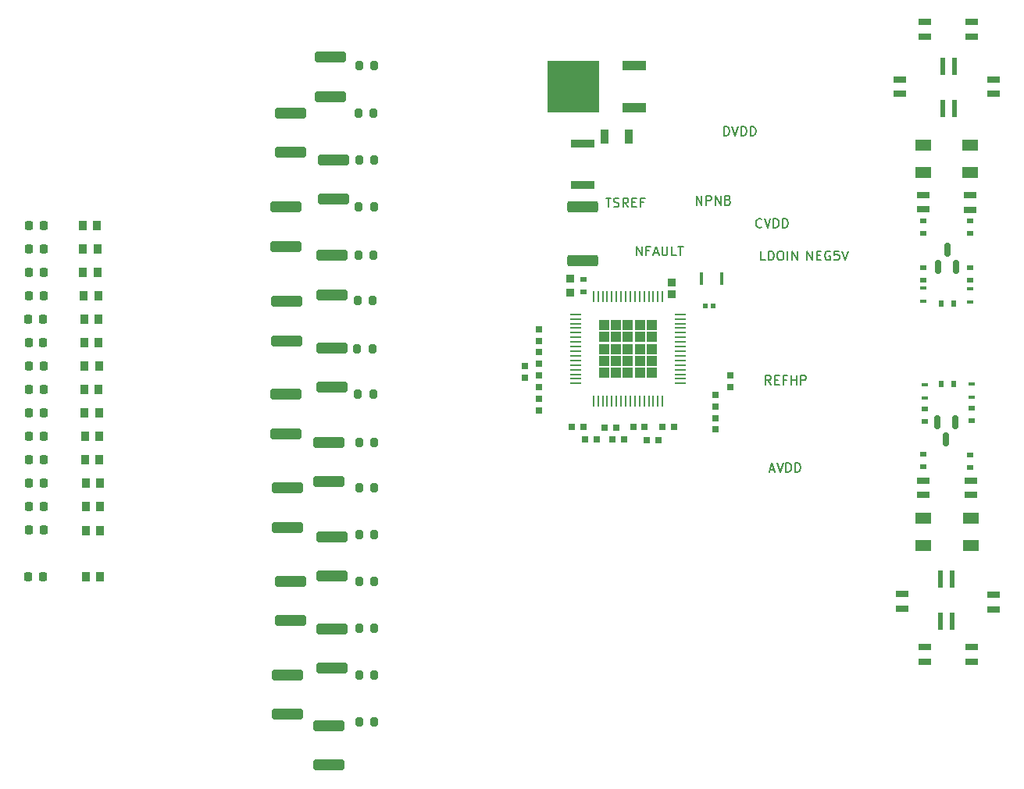
<source format=gbr>
%TF.GenerationSoftware,KiCad,Pcbnew,8.0.7*%
%TF.CreationDate,2025-02-10T22:10:37-06:00*%
%TF.ProjectId,Project63_BMS_DaughterBoard,50726f6a-6563-4743-9633-5f424d535f44,rev?*%
%TF.SameCoordinates,Original*%
%TF.FileFunction,Paste,Top*%
%TF.FilePolarity,Positive*%
%FSLAX46Y46*%
G04 Gerber Fmt 4.6, Leading zero omitted, Abs format (unit mm)*
G04 Created by KiCad (PCBNEW 8.0.7) date 2025-02-10 22:10:37*
%MOMM*%
%LPD*%
G01*
G04 APERTURE LIST*
G04 Aperture macros list*
%AMRoundRect*
0 Rectangle with rounded corners*
0 $1 Rounding radius*
0 $2 $3 $4 $5 $6 $7 $8 $9 X,Y pos of 4 corners*
0 Add a 4 corners polygon primitive as box body*
4,1,4,$2,$3,$4,$5,$6,$7,$8,$9,$2,$3,0*
0 Add four circle primitives for the rounded corners*
1,1,$1+$1,$2,$3*
1,1,$1+$1,$4,$5*
1,1,$1+$1,$6,$7*
1,1,$1+$1,$8,$9*
0 Add four rect primitives between the rounded corners*
20,1,$1+$1,$2,$3,$4,$5,0*
20,1,$1+$1,$4,$5,$6,$7,0*
20,1,$1+$1,$6,$7,$8,$9,0*
20,1,$1+$1,$8,$9,$2,$3,0*%
G04 Aperture macros list end*
%ADD10C,0.150000*%
%ADD11C,0.000000*%
%ADD12RoundRect,0.250000X-1.425000X0.362500X-1.425000X-0.362500X1.425000X-0.362500X1.425000X0.362500X0*%
%ADD13RoundRect,0.200000X-0.200000X-0.275000X0.200000X-0.275000X0.200000X0.275000X-0.200000X0.275000X0*%
%ADD14RoundRect,0.200000X0.200000X0.275000X-0.200000X0.275000X-0.200000X-0.275000X0.200000X-0.275000X0*%
%ADD15RoundRect,0.218750X-0.218750X-0.256250X0.218750X-0.256250X0.218750X0.256250X-0.218750X0.256250X0*%
%ADD16R,1.346200X0.787400*%
%ADD17R,1.143000X0.228600*%
%ADD18R,0.228600X1.143000*%
%ADD19R,0.552399X0.749198*%
%ADD20RoundRect,0.250000X-1.450000X0.312500X-1.450000X-0.312500X1.450000X-0.312500X1.450000X0.312500X0*%
%ADD21R,0.749198X0.552399*%
%ADD22R,0.600000X1.850000*%
%ADD23R,0.762000X0.558800*%
%ADD24R,0.920000X0.990000*%
%ADD25R,0.762000X0.660400*%
%ADD26R,0.749200X0.452400*%
%ADD27R,0.660400X0.762000*%
%ADD28R,2.600000X1.060000*%
%ADD29R,5.700000X5.632000*%
%ADD30R,0.930000X0.890000*%
%ADD31R,0.508000X0.508000*%
%ADD32R,1.820000X1.240000*%
%ADD33R,0.899198X0.852399*%
%ADD34R,0.355600X1.397000*%
%ADD35RoundRect,0.150000X-0.150000X0.587500X-0.150000X-0.587500X0.150000X-0.587500X0.150000X0.587500X0*%
%ADD36RoundRect,0.150000X0.150000X-0.587500X0.150000X0.587500X-0.150000X0.587500X-0.150000X-0.587500X0*%
%ADD37RoundRect,0.250000X1.450000X-0.312500X1.450000X0.312500X-1.450000X0.312500X-1.450000X-0.312500X0*%
%ADD38R,0.863600X1.549400*%
%ADD39R,2.590800X0.965200*%
G04 APERTURE END LIST*
D10*
X163836779Y-75869819D02*
X163836779Y-74869819D01*
X163836779Y-74869819D02*
X164408207Y-75869819D01*
X164408207Y-75869819D02*
X164408207Y-74869819D01*
X165217731Y-75346009D02*
X164884398Y-75346009D01*
X164884398Y-75869819D02*
X164884398Y-74869819D01*
X164884398Y-74869819D02*
X165360588Y-74869819D01*
X165693922Y-75584104D02*
X166170112Y-75584104D01*
X165598684Y-75869819D02*
X165932017Y-74869819D01*
X165932017Y-74869819D02*
X166265350Y-75869819D01*
X166598684Y-74869819D02*
X166598684Y-75679342D01*
X166598684Y-75679342D02*
X166646303Y-75774580D01*
X166646303Y-75774580D02*
X166693922Y-75822200D01*
X166693922Y-75822200D02*
X166789160Y-75869819D01*
X166789160Y-75869819D02*
X166979636Y-75869819D01*
X166979636Y-75869819D02*
X167074874Y-75822200D01*
X167074874Y-75822200D02*
X167122493Y-75774580D01*
X167122493Y-75774580D02*
X167170112Y-75679342D01*
X167170112Y-75679342D02*
X167170112Y-74869819D01*
X168122493Y-75869819D02*
X167646303Y-75869819D01*
X167646303Y-75869819D02*
X167646303Y-74869819D01*
X168312970Y-74869819D02*
X168884398Y-74869819D01*
X168598684Y-75869819D02*
X168598684Y-74869819D01*
X177812969Y-76369819D02*
X177336779Y-76369819D01*
X177336779Y-76369819D02*
X177336779Y-75369819D01*
X178146303Y-76369819D02*
X178146303Y-75369819D01*
X178146303Y-75369819D02*
X178384398Y-75369819D01*
X178384398Y-75369819D02*
X178527255Y-75417438D01*
X178527255Y-75417438D02*
X178622493Y-75512676D01*
X178622493Y-75512676D02*
X178670112Y-75607914D01*
X178670112Y-75607914D02*
X178717731Y-75798390D01*
X178717731Y-75798390D02*
X178717731Y-75941247D01*
X178717731Y-75941247D02*
X178670112Y-76131723D01*
X178670112Y-76131723D02*
X178622493Y-76226961D01*
X178622493Y-76226961D02*
X178527255Y-76322200D01*
X178527255Y-76322200D02*
X178384398Y-76369819D01*
X178384398Y-76369819D02*
X178146303Y-76369819D01*
X179336779Y-75369819D02*
X179527255Y-75369819D01*
X179527255Y-75369819D02*
X179622493Y-75417438D01*
X179622493Y-75417438D02*
X179717731Y-75512676D01*
X179717731Y-75512676D02*
X179765350Y-75703152D01*
X179765350Y-75703152D02*
X179765350Y-76036485D01*
X179765350Y-76036485D02*
X179717731Y-76226961D01*
X179717731Y-76226961D02*
X179622493Y-76322200D01*
X179622493Y-76322200D02*
X179527255Y-76369819D01*
X179527255Y-76369819D02*
X179336779Y-76369819D01*
X179336779Y-76369819D02*
X179241541Y-76322200D01*
X179241541Y-76322200D02*
X179146303Y-76226961D01*
X179146303Y-76226961D02*
X179098684Y-76036485D01*
X179098684Y-76036485D02*
X179098684Y-75703152D01*
X179098684Y-75703152D02*
X179146303Y-75512676D01*
X179146303Y-75512676D02*
X179241541Y-75417438D01*
X179241541Y-75417438D02*
X179336779Y-75369819D01*
X180193922Y-76369819D02*
X180193922Y-75369819D01*
X180670112Y-76369819D02*
X180670112Y-75369819D01*
X180670112Y-75369819D02*
X181241540Y-76369819D01*
X181241540Y-76369819D02*
X181241540Y-75369819D01*
X182336779Y-76369819D02*
X182336779Y-75369819D01*
X182336779Y-75369819D02*
X182908207Y-76369819D01*
X182908207Y-76369819D02*
X182908207Y-75369819D01*
X183384398Y-75846009D02*
X183717731Y-75846009D01*
X183860588Y-76369819D02*
X183384398Y-76369819D01*
X183384398Y-76369819D02*
X183384398Y-75369819D01*
X183384398Y-75369819D02*
X183860588Y-75369819D01*
X184812969Y-75417438D02*
X184717731Y-75369819D01*
X184717731Y-75369819D02*
X184574874Y-75369819D01*
X184574874Y-75369819D02*
X184432017Y-75417438D01*
X184432017Y-75417438D02*
X184336779Y-75512676D01*
X184336779Y-75512676D02*
X184289160Y-75607914D01*
X184289160Y-75607914D02*
X184241541Y-75798390D01*
X184241541Y-75798390D02*
X184241541Y-75941247D01*
X184241541Y-75941247D02*
X184289160Y-76131723D01*
X184289160Y-76131723D02*
X184336779Y-76226961D01*
X184336779Y-76226961D02*
X184432017Y-76322200D01*
X184432017Y-76322200D02*
X184574874Y-76369819D01*
X184574874Y-76369819D02*
X184670112Y-76369819D01*
X184670112Y-76369819D02*
X184812969Y-76322200D01*
X184812969Y-76322200D02*
X184860588Y-76274580D01*
X184860588Y-76274580D02*
X184860588Y-75941247D01*
X184860588Y-75941247D02*
X184670112Y-75941247D01*
X185765350Y-75369819D02*
X185289160Y-75369819D01*
X185289160Y-75369819D02*
X185241541Y-75846009D01*
X185241541Y-75846009D02*
X185289160Y-75798390D01*
X185289160Y-75798390D02*
X185384398Y-75750771D01*
X185384398Y-75750771D02*
X185622493Y-75750771D01*
X185622493Y-75750771D02*
X185717731Y-75798390D01*
X185717731Y-75798390D02*
X185765350Y-75846009D01*
X185765350Y-75846009D02*
X185812969Y-75941247D01*
X185812969Y-75941247D02*
X185812969Y-76179342D01*
X185812969Y-76179342D02*
X185765350Y-76274580D01*
X185765350Y-76274580D02*
X185717731Y-76322200D01*
X185717731Y-76322200D02*
X185622493Y-76369819D01*
X185622493Y-76369819D02*
X185384398Y-76369819D01*
X185384398Y-76369819D02*
X185289160Y-76322200D01*
X185289160Y-76322200D02*
X185241541Y-76274580D01*
X186098684Y-75369819D02*
X186432017Y-76369819D01*
X186432017Y-76369819D02*
X186765350Y-75369819D01*
X178408207Y-89869819D02*
X178074874Y-89393628D01*
X177836779Y-89869819D02*
X177836779Y-88869819D01*
X177836779Y-88869819D02*
X178217731Y-88869819D01*
X178217731Y-88869819D02*
X178312969Y-88917438D01*
X178312969Y-88917438D02*
X178360588Y-88965057D01*
X178360588Y-88965057D02*
X178408207Y-89060295D01*
X178408207Y-89060295D02*
X178408207Y-89203152D01*
X178408207Y-89203152D02*
X178360588Y-89298390D01*
X178360588Y-89298390D02*
X178312969Y-89346009D01*
X178312969Y-89346009D02*
X178217731Y-89393628D01*
X178217731Y-89393628D02*
X177836779Y-89393628D01*
X178836779Y-89346009D02*
X179170112Y-89346009D01*
X179312969Y-89869819D02*
X178836779Y-89869819D01*
X178836779Y-89869819D02*
X178836779Y-88869819D01*
X178836779Y-88869819D02*
X179312969Y-88869819D01*
X180074874Y-89346009D02*
X179741541Y-89346009D01*
X179741541Y-89869819D02*
X179741541Y-88869819D01*
X179741541Y-88869819D02*
X180217731Y-88869819D01*
X180598684Y-89869819D02*
X180598684Y-88869819D01*
X180598684Y-89346009D02*
X181170112Y-89346009D01*
X181170112Y-89869819D02*
X181170112Y-88869819D01*
X181646303Y-89869819D02*
X181646303Y-88869819D01*
X181646303Y-88869819D02*
X182027255Y-88869819D01*
X182027255Y-88869819D02*
X182122493Y-88917438D01*
X182122493Y-88917438D02*
X182170112Y-88965057D01*
X182170112Y-88965057D02*
X182217731Y-89060295D01*
X182217731Y-89060295D02*
X182217731Y-89203152D01*
X182217731Y-89203152D02*
X182170112Y-89298390D01*
X182170112Y-89298390D02*
X182122493Y-89346009D01*
X182122493Y-89346009D02*
X182027255Y-89393628D01*
X182027255Y-89393628D02*
X181646303Y-89393628D01*
X170336779Y-70369819D02*
X170336779Y-69369819D01*
X170336779Y-69369819D02*
X170908207Y-70369819D01*
X170908207Y-70369819D02*
X170908207Y-69369819D01*
X171384398Y-70369819D02*
X171384398Y-69369819D01*
X171384398Y-69369819D02*
X171765350Y-69369819D01*
X171765350Y-69369819D02*
X171860588Y-69417438D01*
X171860588Y-69417438D02*
X171908207Y-69465057D01*
X171908207Y-69465057D02*
X171955826Y-69560295D01*
X171955826Y-69560295D02*
X171955826Y-69703152D01*
X171955826Y-69703152D02*
X171908207Y-69798390D01*
X171908207Y-69798390D02*
X171860588Y-69846009D01*
X171860588Y-69846009D02*
X171765350Y-69893628D01*
X171765350Y-69893628D02*
X171384398Y-69893628D01*
X172384398Y-70369819D02*
X172384398Y-69369819D01*
X172384398Y-69369819D02*
X172955826Y-70369819D01*
X172955826Y-70369819D02*
X172955826Y-69369819D01*
X173765350Y-69846009D02*
X173908207Y-69893628D01*
X173908207Y-69893628D02*
X173955826Y-69941247D01*
X173955826Y-69941247D02*
X174003445Y-70036485D01*
X174003445Y-70036485D02*
X174003445Y-70179342D01*
X174003445Y-70179342D02*
X173955826Y-70274580D01*
X173955826Y-70274580D02*
X173908207Y-70322200D01*
X173908207Y-70322200D02*
X173812969Y-70369819D01*
X173812969Y-70369819D02*
X173432017Y-70369819D01*
X173432017Y-70369819D02*
X173432017Y-69369819D01*
X173432017Y-69369819D02*
X173765350Y-69369819D01*
X173765350Y-69369819D02*
X173860588Y-69417438D01*
X173860588Y-69417438D02*
X173908207Y-69465057D01*
X173908207Y-69465057D02*
X173955826Y-69560295D01*
X173955826Y-69560295D02*
X173955826Y-69655533D01*
X173955826Y-69655533D02*
X173908207Y-69750771D01*
X173908207Y-69750771D02*
X173860588Y-69798390D01*
X173860588Y-69798390D02*
X173765350Y-69846009D01*
X173765350Y-69846009D02*
X173432017Y-69846009D01*
X177408207Y-72774580D02*
X177360588Y-72822200D01*
X177360588Y-72822200D02*
X177217731Y-72869819D01*
X177217731Y-72869819D02*
X177122493Y-72869819D01*
X177122493Y-72869819D02*
X176979636Y-72822200D01*
X176979636Y-72822200D02*
X176884398Y-72726961D01*
X176884398Y-72726961D02*
X176836779Y-72631723D01*
X176836779Y-72631723D02*
X176789160Y-72441247D01*
X176789160Y-72441247D02*
X176789160Y-72298390D01*
X176789160Y-72298390D02*
X176836779Y-72107914D01*
X176836779Y-72107914D02*
X176884398Y-72012676D01*
X176884398Y-72012676D02*
X176979636Y-71917438D01*
X176979636Y-71917438D02*
X177122493Y-71869819D01*
X177122493Y-71869819D02*
X177217731Y-71869819D01*
X177217731Y-71869819D02*
X177360588Y-71917438D01*
X177360588Y-71917438D02*
X177408207Y-71965057D01*
X177693922Y-71869819D02*
X178027255Y-72869819D01*
X178027255Y-72869819D02*
X178360588Y-71869819D01*
X178693922Y-72869819D02*
X178693922Y-71869819D01*
X178693922Y-71869819D02*
X178932017Y-71869819D01*
X178932017Y-71869819D02*
X179074874Y-71917438D01*
X179074874Y-71917438D02*
X179170112Y-72012676D01*
X179170112Y-72012676D02*
X179217731Y-72107914D01*
X179217731Y-72107914D02*
X179265350Y-72298390D01*
X179265350Y-72298390D02*
X179265350Y-72441247D01*
X179265350Y-72441247D02*
X179217731Y-72631723D01*
X179217731Y-72631723D02*
X179170112Y-72726961D01*
X179170112Y-72726961D02*
X179074874Y-72822200D01*
X179074874Y-72822200D02*
X178932017Y-72869819D01*
X178932017Y-72869819D02*
X178693922Y-72869819D01*
X179693922Y-72869819D02*
X179693922Y-71869819D01*
X179693922Y-71869819D02*
X179932017Y-71869819D01*
X179932017Y-71869819D02*
X180074874Y-71917438D01*
X180074874Y-71917438D02*
X180170112Y-72012676D01*
X180170112Y-72012676D02*
X180217731Y-72107914D01*
X180217731Y-72107914D02*
X180265350Y-72298390D01*
X180265350Y-72298390D02*
X180265350Y-72441247D01*
X180265350Y-72441247D02*
X180217731Y-72631723D01*
X180217731Y-72631723D02*
X180170112Y-72726961D01*
X180170112Y-72726961D02*
X180074874Y-72822200D01*
X180074874Y-72822200D02*
X179932017Y-72869819D01*
X179932017Y-72869819D02*
X179693922Y-72869819D01*
X178289160Y-99084104D02*
X178765350Y-99084104D01*
X178193922Y-99369819D02*
X178527255Y-98369819D01*
X178527255Y-98369819D02*
X178860588Y-99369819D01*
X179051065Y-98369819D02*
X179384398Y-99369819D01*
X179384398Y-99369819D02*
X179717731Y-98369819D01*
X180051065Y-99369819D02*
X180051065Y-98369819D01*
X180051065Y-98369819D02*
X180289160Y-98369819D01*
X180289160Y-98369819D02*
X180432017Y-98417438D01*
X180432017Y-98417438D02*
X180527255Y-98512676D01*
X180527255Y-98512676D02*
X180574874Y-98607914D01*
X180574874Y-98607914D02*
X180622493Y-98798390D01*
X180622493Y-98798390D02*
X180622493Y-98941247D01*
X180622493Y-98941247D02*
X180574874Y-99131723D01*
X180574874Y-99131723D02*
X180527255Y-99226961D01*
X180527255Y-99226961D02*
X180432017Y-99322200D01*
X180432017Y-99322200D02*
X180289160Y-99369819D01*
X180289160Y-99369819D02*
X180051065Y-99369819D01*
X181051065Y-99369819D02*
X181051065Y-98369819D01*
X181051065Y-98369819D02*
X181289160Y-98369819D01*
X181289160Y-98369819D02*
X181432017Y-98417438D01*
X181432017Y-98417438D02*
X181527255Y-98512676D01*
X181527255Y-98512676D02*
X181574874Y-98607914D01*
X181574874Y-98607914D02*
X181622493Y-98798390D01*
X181622493Y-98798390D02*
X181622493Y-98941247D01*
X181622493Y-98941247D02*
X181574874Y-99131723D01*
X181574874Y-99131723D02*
X181527255Y-99226961D01*
X181527255Y-99226961D02*
X181432017Y-99322200D01*
X181432017Y-99322200D02*
X181289160Y-99369819D01*
X181289160Y-99369819D02*
X181051065Y-99369819D01*
X173336779Y-62869819D02*
X173336779Y-61869819D01*
X173336779Y-61869819D02*
X173574874Y-61869819D01*
X173574874Y-61869819D02*
X173717731Y-61917438D01*
X173717731Y-61917438D02*
X173812969Y-62012676D01*
X173812969Y-62012676D02*
X173860588Y-62107914D01*
X173860588Y-62107914D02*
X173908207Y-62298390D01*
X173908207Y-62298390D02*
X173908207Y-62441247D01*
X173908207Y-62441247D02*
X173860588Y-62631723D01*
X173860588Y-62631723D02*
X173812969Y-62726961D01*
X173812969Y-62726961D02*
X173717731Y-62822200D01*
X173717731Y-62822200D02*
X173574874Y-62869819D01*
X173574874Y-62869819D02*
X173336779Y-62869819D01*
X174193922Y-61869819D02*
X174527255Y-62869819D01*
X174527255Y-62869819D02*
X174860588Y-61869819D01*
X175193922Y-62869819D02*
X175193922Y-61869819D01*
X175193922Y-61869819D02*
X175432017Y-61869819D01*
X175432017Y-61869819D02*
X175574874Y-61917438D01*
X175574874Y-61917438D02*
X175670112Y-62012676D01*
X175670112Y-62012676D02*
X175717731Y-62107914D01*
X175717731Y-62107914D02*
X175765350Y-62298390D01*
X175765350Y-62298390D02*
X175765350Y-62441247D01*
X175765350Y-62441247D02*
X175717731Y-62631723D01*
X175717731Y-62631723D02*
X175670112Y-62726961D01*
X175670112Y-62726961D02*
X175574874Y-62822200D01*
X175574874Y-62822200D02*
X175432017Y-62869819D01*
X175432017Y-62869819D02*
X175193922Y-62869819D01*
X176193922Y-62869819D02*
X176193922Y-61869819D01*
X176193922Y-61869819D02*
X176432017Y-61869819D01*
X176432017Y-61869819D02*
X176574874Y-61917438D01*
X176574874Y-61917438D02*
X176670112Y-62012676D01*
X176670112Y-62012676D02*
X176717731Y-62107914D01*
X176717731Y-62107914D02*
X176765350Y-62298390D01*
X176765350Y-62298390D02*
X176765350Y-62441247D01*
X176765350Y-62441247D02*
X176717731Y-62631723D01*
X176717731Y-62631723D02*
X176670112Y-62726961D01*
X176670112Y-62726961D02*
X176574874Y-62822200D01*
X176574874Y-62822200D02*
X176432017Y-62869819D01*
X176432017Y-62869819D02*
X176193922Y-62869819D01*
X160505579Y-69606436D02*
X161077007Y-69606436D01*
X160791293Y-70606436D02*
X160791293Y-69606436D01*
X161362722Y-70558817D02*
X161505579Y-70606436D01*
X161505579Y-70606436D02*
X161743674Y-70606436D01*
X161743674Y-70606436D02*
X161838912Y-70558817D01*
X161838912Y-70558817D02*
X161886531Y-70511197D01*
X161886531Y-70511197D02*
X161934150Y-70415959D01*
X161934150Y-70415959D02*
X161934150Y-70320721D01*
X161934150Y-70320721D02*
X161886531Y-70225483D01*
X161886531Y-70225483D02*
X161838912Y-70177864D01*
X161838912Y-70177864D02*
X161743674Y-70130245D01*
X161743674Y-70130245D02*
X161553198Y-70082626D01*
X161553198Y-70082626D02*
X161457960Y-70035007D01*
X161457960Y-70035007D02*
X161410341Y-69987388D01*
X161410341Y-69987388D02*
X161362722Y-69892150D01*
X161362722Y-69892150D02*
X161362722Y-69796912D01*
X161362722Y-69796912D02*
X161410341Y-69701674D01*
X161410341Y-69701674D02*
X161457960Y-69654055D01*
X161457960Y-69654055D02*
X161553198Y-69606436D01*
X161553198Y-69606436D02*
X161791293Y-69606436D01*
X161791293Y-69606436D02*
X161934150Y-69654055D01*
X162934150Y-70606436D02*
X162600817Y-70130245D01*
X162362722Y-70606436D02*
X162362722Y-69606436D01*
X162362722Y-69606436D02*
X162743674Y-69606436D01*
X162743674Y-69606436D02*
X162838912Y-69654055D01*
X162838912Y-69654055D02*
X162886531Y-69701674D01*
X162886531Y-69701674D02*
X162934150Y-69796912D01*
X162934150Y-69796912D02*
X162934150Y-69939769D01*
X162934150Y-69939769D02*
X162886531Y-70035007D01*
X162886531Y-70035007D02*
X162838912Y-70082626D01*
X162838912Y-70082626D02*
X162743674Y-70130245D01*
X162743674Y-70130245D02*
X162362722Y-70130245D01*
X163362722Y-70082626D02*
X163696055Y-70082626D01*
X163838912Y-70606436D02*
X163362722Y-70606436D01*
X163362722Y-70606436D02*
X163362722Y-69606436D01*
X163362722Y-69606436D02*
X163838912Y-69606436D01*
X164600817Y-70082626D02*
X164267484Y-70082626D01*
X164267484Y-70606436D02*
X164267484Y-69606436D01*
X164267484Y-69606436D02*
X164743674Y-69606436D01*
D11*
%TO.C,U201*%
G36*
X160858609Y-83943952D02*
G01*
X159758129Y-83943952D01*
X159758129Y-82843472D01*
X160858609Y-82843472D01*
X160858609Y-83943952D01*
G37*
G36*
X160858609Y-85244432D02*
G01*
X159758129Y-85244432D01*
X159758129Y-84143952D01*
X160858609Y-84143952D01*
X160858609Y-85244432D01*
G37*
G36*
X160858609Y-86544912D02*
G01*
X159758129Y-86544912D01*
X159758129Y-85444432D01*
X160858609Y-85444432D01*
X160858609Y-86544912D01*
G37*
G36*
X160858609Y-87845392D02*
G01*
X159758129Y-87845392D01*
X159758129Y-86744912D01*
X160858609Y-86744912D01*
X160858609Y-87845392D01*
G37*
G36*
X160858609Y-89145872D02*
G01*
X159758129Y-89145872D01*
X159758129Y-88045392D01*
X160858609Y-88045392D01*
X160858609Y-89145872D01*
G37*
G36*
X162159089Y-83943952D02*
G01*
X161058609Y-83943952D01*
X161058609Y-82843472D01*
X162159089Y-82843472D01*
X162159089Y-83943952D01*
G37*
G36*
X162159089Y-85244432D02*
G01*
X161058609Y-85244432D01*
X161058609Y-84143952D01*
X162159089Y-84143952D01*
X162159089Y-85244432D01*
G37*
G36*
X162159089Y-86544912D02*
G01*
X161058609Y-86544912D01*
X161058609Y-85444432D01*
X162159089Y-85444432D01*
X162159089Y-86544912D01*
G37*
G36*
X162159089Y-87845392D02*
G01*
X161058609Y-87845392D01*
X161058609Y-86744912D01*
X162159089Y-86744912D01*
X162159089Y-87845392D01*
G37*
G36*
X162159089Y-89145872D02*
G01*
X161058609Y-89145872D01*
X161058609Y-88045392D01*
X162159089Y-88045392D01*
X162159089Y-89145872D01*
G37*
G36*
X163459569Y-83943952D02*
G01*
X162359089Y-83943952D01*
X162359089Y-82843472D01*
X163459569Y-82843472D01*
X163459569Y-83943952D01*
G37*
G36*
X163459569Y-85244432D02*
G01*
X162359089Y-85244432D01*
X162359089Y-84143952D01*
X163459569Y-84143952D01*
X163459569Y-85244432D01*
G37*
G36*
X163459569Y-86544912D02*
G01*
X162359089Y-86544912D01*
X162359089Y-85444432D01*
X163459569Y-85444432D01*
X163459569Y-86544912D01*
G37*
G36*
X163459569Y-87845392D02*
G01*
X162359089Y-87845392D01*
X162359089Y-86744912D01*
X163459569Y-86744912D01*
X163459569Y-87845392D01*
G37*
G36*
X163459569Y-89145872D02*
G01*
X162359089Y-89145872D01*
X162359089Y-88045392D01*
X163459569Y-88045392D01*
X163459569Y-89145872D01*
G37*
G36*
X164760049Y-83943952D02*
G01*
X163659569Y-83943952D01*
X163659569Y-82843472D01*
X164760049Y-82843472D01*
X164760049Y-83943952D01*
G37*
G36*
X164760049Y-85244432D02*
G01*
X163659569Y-85244432D01*
X163659569Y-84143952D01*
X164760049Y-84143952D01*
X164760049Y-85244432D01*
G37*
G36*
X164760049Y-86544912D02*
G01*
X163659569Y-86544912D01*
X163659569Y-85444432D01*
X164760049Y-85444432D01*
X164760049Y-86544912D01*
G37*
G36*
X164760049Y-87845392D02*
G01*
X163659569Y-87845392D01*
X163659569Y-86744912D01*
X164760049Y-86744912D01*
X164760049Y-87845392D01*
G37*
G36*
X164760049Y-89145872D02*
G01*
X163659569Y-89145872D01*
X163659569Y-88045392D01*
X164760049Y-88045392D01*
X164760049Y-89145872D01*
G37*
G36*
X166060529Y-83943952D02*
G01*
X164960049Y-83943952D01*
X164960049Y-82843472D01*
X166060529Y-82843472D01*
X166060529Y-83943952D01*
G37*
G36*
X166060529Y-85244432D02*
G01*
X164960049Y-85244432D01*
X164960049Y-84143952D01*
X166060529Y-84143952D01*
X166060529Y-85244432D01*
G37*
G36*
X166060529Y-86544912D02*
G01*
X164960049Y-86544912D01*
X164960049Y-85444432D01*
X166060529Y-85444432D01*
X166060529Y-86544912D01*
G37*
G36*
X166060529Y-87845392D02*
G01*
X164960049Y-87845392D01*
X164960049Y-86744912D01*
X166060529Y-86744912D01*
X166060529Y-87845392D01*
G37*
G36*
X166060529Y-89145872D02*
G01*
X164960049Y-89145872D01*
X164960049Y-88045392D01*
X166060529Y-88045392D01*
X166060529Y-89145872D01*
G37*
%TD*%
D12*
%TO.C,R602*%
X158000000Y-70537500D03*
X158000000Y-76462500D03*
%TD*%
D13*
%TO.C,R330*%
X133781775Y-55266895D03*
X135431775Y-55266895D03*
%TD*%
D14*
%TO.C,R329*%
X135362196Y-70591895D03*
X133712196Y-70591895D03*
%TD*%
%TO.C,R328*%
X135431775Y-65474117D03*
X133781775Y-65474117D03*
%TD*%
%TO.C,R327*%
X135314641Y-60450783D03*
X133664641Y-60450783D03*
%TD*%
D13*
%TO.C,R322*%
X133781775Y-126471895D03*
X135431775Y-126471895D03*
%TD*%
D14*
%TO.C,R321*%
X135431775Y-121391895D03*
X133781775Y-121391895D03*
%TD*%
%TO.C,R320*%
X135431775Y-116311895D03*
X133781775Y-116311895D03*
%TD*%
%TO.C,R319*%
X135431775Y-111231895D03*
X133781775Y-111231895D03*
%TD*%
%TO.C,R318*%
X135431775Y-106151895D03*
X133781775Y-106151895D03*
%TD*%
%TO.C,R317*%
X135431775Y-101071895D03*
X133781775Y-101071895D03*
%TD*%
%TO.C,R316*%
X135431775Y-96138566D03*
X133781775Y-96138566D03*
%TD*%
%TO.C,R315*%
X135302048Y-90924487D03*
X133652048Y-90924487D03*
%TD*%
%TO.C,R314*%
X135201308Y-85957820D03*
X133551308Y-85957820D03*
%TD*%
%TO.C,R313*%
X135239085Y-80726709D03*
X133589085Y-80726709D03*
%TD*%
%TO.C,R312*%
X135311999Y-75800971D03*
X133661999Y-75800971D03*
%TD*%
D15*
%TO.C,F308*%
X97976059Y-100550732D03*
X99551059Y-100550732D03*
%TD*%
D16*
%TO.C,R705*%
X192605440Y-112583972D03*
X192605440Y-114158772D03*
%TD*%
D17*
%TO.C,U201*%
X157232429Y-82243727D03*
X157232429Y-82743853D03*
X157232429Y-83243979D03*
X157232429Y-83744105D03*
X157232429Y-84244231D03*
X157232429Y-84744357D03*
X157232429Y-85244483D03*
X157232429Y-85744609D03*
X157232429Y-86244735D03*
X157232429Y-86744861D03*
X157232429Y-87244987D03*
X157232429Y-87745113D03*
X157232429Y-88245239D03*
X157232429Y-88745365D03*
X157232429Y-89245491D03*
X157232429Y-89745617D03*
D18*
X159158384Y-91671572D03*
X159658510Y-91671572D03*
X160158636Y-91671572D03*
X160658762Y-91671572D03*
X161158888Y-91671572D03*
X161659014Y-91671572D03*
X162159140Y-91671572D03*
X162659266Y-91671572D03*
X163159392Y-91671572D03*
X163659518Y-91671572D03*
X164159644Y-91671572D03*
X164659770Y-91671572D03*
X165159896Y-91671572D03*
X165660022Y-91671572D03*
X166160148Y-91671572D03*
X166660274Y-91671572D03*
D17*
X168586229Y-89745617D03*
X168586229Y-89245491D03*
X168586229Y-88745365D03*
X168586229Y-88245239D03*
X168586229Y-87745113D03*
X168586229Y-87244987D03*
X168586229Y-86744861D03*
X168586229Y-86244735D03*
X168586229Y-85744609D03*
X168586229Y-85244483D03*
X168586229Y-84744357D03*
X168586229Y-84244231D03*
X168586229Y-83744105D03*
X168586229Y-83243979D03*
X168586229Y-82743853D03*
X168586229Y-82243727D03*
D18*
X166660274Y-80317772D03*
X166160148Y-80317772D03*
X165660022Y-80317772D03*
X165159896Y-80317772D03*
X164659770Y-80317772D03*
X164159644Y-80317772D03*
X163659518Y-80317772D03*
X163159392Y-80317772D03*
X162659266Y-80317772D03*
X162159140Y-80317772D03*
X161659014Y-80317772D03*
X161158888Y-80317772D03*
X160658762Y-80317772D03*
X160158636Y-80317772D03*
X159658510Y-80317772D03*
X159158384Y-80317772D03*
%TD*%
D19*
%TO.C,R712*%
X198180732Y-81114593D03*
X196828334Y-81114593D03*
%TD*%
D20*
%TO.C,R309*%
X130839232Y-116362500D03*
X130839232Y-120637500D03*
%TD*%
D21*
%TO.C,R707*%
X195052328Y-92494905D03*
X195052328Y-93847303D03*
%TD*%
D22*
%TO.C,FL702*%
X198271715Y-55379388D03*
X197001715Y-55379388D03*
X197001715Y-59929388D03*
X198271715Y-59929388D03*
%TD*%
D20*
%TO.C,R305*%
X130500000Y-96112500D03*
X130500000Y-100387500D03*
%TD*%
D23*
%TO.C,R719*%
X194899468Y-72090122D03*
X194899468Y-73436322D03*
%TD*%
D15*
%TO.C,F301*%
X97919359Y-82739146D03*
X99494359Y-82739146D03*
%TD*%
D16*
%TO.C,R716*%
X192383946Y-58317957D03*
X192383946Y-56743157D03*
%TD*%
D24*
%TO.C,F321*%
X104113559Y-103111715D03*
X105663559Y-103111715D03*
%TD*%
D21*
%TO.C,R201*%
X158078886Y-79783300D03*
X158078886Y-78430902D03*
%TD*%
D25*
%TO.C,C328*%
X153265915Y-87578788D03*
X153265915Y-86334188D03*
%TD*%
D26*
%TO.C,C703*%
X200132328Y-89824357D03*
X200132328Y-91276757D03*
%TD*%
D15*
%TO.C,F310*%
X97976059Y-105630732D03*
X99551059Y-105630732D03*
%TD*%
D27*
%TO.C,C319*%
X167870617Y-94485994D03*
X166626017Y-94485994D03*
%TD*%
D24*
%TO.C,F317*%
X104113559Y-105678193D03*
X105663559Y-105678193D03*
%TD*%
D27*
%TO.C,C313*%
X158047849Y-94429745D03*
X156803249Y-94429745D03*
%TD*%
D28*
%TO.C,Q601*%
X163549000Y-59786000D03*
D29*
X157000000Y-57500000D03*
D28*
X163549000Y-55214000D03*
%TD*%
D16*
%TO.C,R721*%
X200132328Y-52117556D03*
X200132328Y-50542756D03*
%TD*%
D21*
%TO.C,R718*%
X199982706Y-78551909D03*
X199982706Y-77199511D03*
%TD*%
D25*
%TO.C,C322*%
X173989472Y-88904139D03*
X173989472Y-90148739D03*
%TD*%
D30*
%TO.C,C201*%
X156639472Y-78356439D03*
X156639472Y-79896439D03*
%TD*%
D27*
%TO.C,C316*%
X162498789Y-95818424D03*
X161254189Y-95818424D03*
%TD*%
D24*
%TO.C,F327*%
X103825893Y-72610732D03*
X105375893Y-72610732D03*
%TD*%
%TO.C,F319*%
X104080472Y-98010732D03*
X105630472Y-98010732D03*
%TD*%
D16*
%TO.C,R715*%
X202543946Y-58317957D03*
X202543946Y-56743157D03*
%TD*%
D25*
%TO.C,C329*%
X151765915Y-89126141D03*
X151765915Y-87881541D03*
%TD*%
D24*
%TO.C,F328*%
X103832843Y-75144045D03*
X105382843Y-75144045D03*
%TD*%
D31*
%TO.C,C208*%
X172108572Y-81326439D03*
X171270372Y-81326439D03*
%TD*%
D16*
%TO.C,R714*%
X194907627Y-70861282D03*
X194907627Y-69286482D03*
%TD*%
D26*
%TO.C,C706*%
X194918733Y-80861036D03*
X194918733Y-79408636D03*
%TD*%
D32*
%TO.C,C702*%
X200058341Y-107289132D03*
X200058341Y-104319132D03*
%TD*%
D23*
%TO.C,R703*%
X200015344Y-98888469D03*
X200015344Y-97542269D03*
%TD*%
D15*
%TO.C,F325*%
X97976059Y-77690732D03*
X99551059Y-77690732D03*
%TD*%
D32*
%TO.C,C701*%
X194912547Y-107310890D03*
X194912547Y-104340890D03*
%TD*%
D20*
%TO.C,R323*%
X130650000Y-54362500D03*
X130650000Y-58637500D03*
%TD*%
%TO.C,R301*%
X130780694Y-75862500D03*
X130780694Y-80137500D03*
%TD*%
D23*
%TO.C,R704*%
X194923946Y-98790557D03*
X194923946Y-97444357D03*
%TD*%
D20*
%TO.C,R307*%
X130780694Y-106362500D03*
X130780694Y-110637500D03*
%TD*%
D25*
%TO.C,C320*%
X172389472Y-93504139D03*
X172389472Y-94748739D03*
%TD*%
D33*
%TO.C,C207*%
X167689472Y-78800240D03*
X167689472Y-80052638D03*
%TD*%
D16*
%TO.C,R722*%
X195052328Y-52092998D03*
X195052328Y-50518198D03*
%TD*%
%TO.C,R702*%
X200132328Y-118335356D03*
X200132328Y-119910156D03*
%TD*%
D32*
%TO.C,C707*%
X199976488Y-63870186D03*
X199976488Y-66840186D03*
%TD*%
D27*
%TO.C,C315*%
X161646484Y-94508899D03*
X160401884Y-94508899D03*
%TD*%
D16*
%TO.C,R701*%
X195052328Y-118335356D03*
X195052328Y-119910156D03*
%TD*%
D20*
%TO.C,R306*%
X126000000Y-101062500D03*
X126000000Y-105337500D03*
%TD*%
D34*
%TO.C,C206*%
X173068972Y-78326439D03*
X170909972Y-78326439D03*
%TD*%
D15*
%TO.C,F309*%
X97976059Y-103090732D03*
X99551059Y-103090732D03*
%TD*%
D24*
%TO.C,F320*%
X104113559Y-100550732D03*
X105663559Y-100550732D03*
%TD*%
D35*
%TO.C,D701*%
X198350000Y-93962500D03*
X196450000Y-93962500D03*
X197400000Y-95837500D03*
%TD*%
D36*
%TO.C,D702*%
X196550000Y-77137500D03*
X198450000Y-77137500D03*
X197500000Y-75262500D03*
%TD*%
D25*
%TO.C,C327*%
X153265915Y-85116888D03*
X153265915Y-83872288D03*
%TD*%
D15*
%TO.C,F326*%
X97976059Y-80230732D03*
X99551059Y-80230732D03*
%TD*%
D20*
%TO.C,R308*%
X126300000Y-111212500D03*
X126300000Y-115487500D03*
%TD*%
D15*
%TO.C,F302*%
X97929887Y-85310732D03*
X99504887Y-85310732D03*
%TD*%
D16*
%TO.C,R709*%
X194945704Y-100259959D03*
X194945704Y-101834759D03*
%TD*%
D15*
%TO.C,F311*%
X97925000Y-110750000D03*
X99500000Y-110750000D03*
%TD*%
D27*
%TO.C,C318*%
X166184941Y-95881706D03*
X164940341Y-95881706D03*
%TD*%
D24*
%TO.C,F329*%
X103843977Y-77684941D03*
X105393977Y-77684941D03*
%TD*%
D20*
%TO.C,R310*%
X126000000Y-121362500D03*
X126000000Y-125637500D03*
%TD*%
D24*
%TO.C,F313*%
X103990801Y-85310732D03*
X105540801Y-85310732D03*
%TD*%
D32*
%TO.C,C708*%
X194912547Y-63863831D03*
X194912547Y-66833831D03*
%TD*%
D20*
%TO.C,R324*%
X126350000Y-60412500D03*
X126350000Y-64687500D03*
%TD*%
D26*
%TO.C,C705*%
X200009385Y-80889161D03*
X200009385Y-79436761D03*
%TD*%
D24*
%TO.C,F315*%
X103986902Y-90406561D03*
X105536902Y-90406561D03*
%TD*%
D15*
%TO.C,F306*%
X97976059Y-95470732D03*
X99551059Y-95470732D03*
%TD*%
D20*
%TO.C,R325*%
X130950000Y-65462500D03*
X130950000Y-69737500D03*
%TD*%
D16*
%TO.C,R713*%
X199977357Y-70911873D03*
X199977357Y-69337073D03*
%TD*%
D24*
%TO.C,F318*%
X104061206Y-95470732D03*
X105611206Y-95470732D03*
%TD*%
D26*
%TO.C,C704*%
X195052328Y-89909604D03*
X195052328Y-91362004D03*
%TD*%
D20*
%TO.C,R302*%
X125950000Y-80862500D03*
X125950000Y-85137500D03*
%TD*%
D15*
%TO.C,F323*%
X97976059Y-72610732D03*
X99551059Y-72610732D03*
%TD*%
D24*
%TO.C,F330*%
X103923901Y-80230732D03*
X105473901Y-80230732D03*
%TD*%
D27*
%TO.C,C317*%
X164710195Y-94455619D03*
X163465595Y-94455619D03*
%TD*%
D37*
%TO.C,R311*%
X130500000Y-131137500D03*
X130500000Y-126862500D03*
%TD*%
D16*
%TO.C,R710*%
X200060268Y-100259959D03*
X200060268Y-101834759D03*
%TD*%
D15*
%TO.C,F324*%
X97976059Y-75150732D03*
X99551059Y-75150732D03*
%TD*%
D23*
%TO.C,R720*%
X199993066Y-72091757D03*
X199993066Y-73437957D03*
%TD*%
D38*
%TO.C,C601*%
X160358400Y-63000000D03*
X163000000Y-63000000D03*
%TD*%
D15*
%TO.C,F303*%
X97976059Y-87844187D03*
X99551059Y-87844187D03*
%TD*%
D25*
%TO.C,C330*%
X153265915Y-90126141D03*
X153265915Y-88881541D03*
%TD*%
D15*
%TO.C,F307*%
X97976059Y-98010732D03*
X99551059Y-98010732D03*
%TD*%
D25*
%TO.C,C312*%
X153272109Y-92649155D03*
X153272109Y-91404555D03*
%TD*%
D24*
%TO.C,F312*%
X103944787Y-82770732D03*
X105494787Y-82770732D03*
%TD*%
%TO.C,F314*%
X104004402Y-87850732D03*
X105554402Y-87850732D03*
%TD*%
D15*
%TO.C,F305*%
X97976059Y-92915798D03*
X99551059Y-92915798D03*
%TD*%
D22*
%TO.C,FL701*%
X196793070Y-115496188D03*
X198063070Y-115496188D03*
X198063070Y-110946188D03*
X196793070Y-110946188D03*
%TD*%
D19*
%TO.C,R711*%
X198178481Y-89819176D03*
X196826083Y-89819176D03*
%TD*%
D16*
%TO.C,R706*%
X202543946Y-112684357D03*
X202543946Y-114259157D03*
%TD*%
D20*
%TO.C,R304*%
X125800000Y-90912500D03*
X125800000Y-95187500D03*
%TD*%
D27*
%TO.C,C314*%
X159539172Y-95838586D03*
X158294572Y-95838586D03*
%TD*%
D20*
%TO.C,R303*%
X130780694Y-85862500D03*
X130780694Y-90137500D03*
%TD*%
D21*
%TO.C,R708*%
X200132328Y-92409658D03*
X200132328Y-93762056D03*
%TD*%
D24*
%TO.C,F316*%
X104021997Y-92930732D03*
X105571997Y-92930732D03*
%TD*%
D20*
%TO.C,R326*%
X125850000Y-70612500D03*
X125850000Y-74887500D03*
%TD*%
D25*
%TO.C,C321*%
X172389472Y-91004139D03*
X172389472Y-92248739D03*
%TD*%
D24*
%TO.C,F322*%
X104113559Y-110710732D03*
X105663559Y-110710732D03*
%TD*%
D21*
%TO.C,R717*%
X194923946Y-78526756D03*
X194923946Y-77174358D03*
%TD*%
D39*
%TO.C,R601*%
X158000000Y-68247900D03*
X158000000Y-63752100D03*
%TD*%
D15*
%TO.C,F304*%
X97976059Y-90390732D03*
X99551059Y-90390732D03*
%TD*%
M02*

</source>
